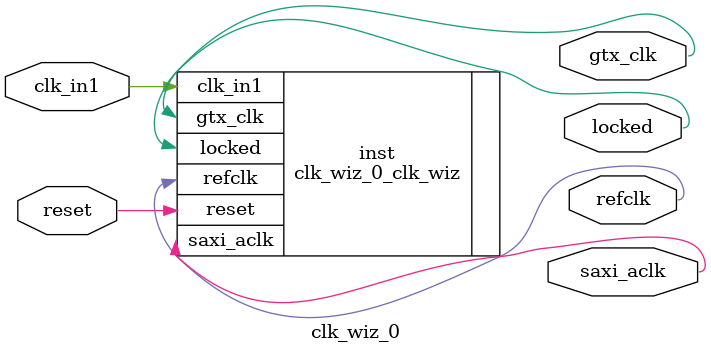
<source format=v>


`timescale 1ps/1ps

(* CORE_GENERATION_INFO = "clk_wiz_0,clk_wiz_v6_0_2_0_0,{component_name=clk_wiz_0,use_phase_alignment=true,use_min_o_jitter=false,use_max_i_jitter=false,use_dyn_phase_shift=false,use_inclk_switchover=false,use_dyn_reconfig=false,enable_axi=0,feedback_source=FDBK_AUTO,PRIMITIVE=MMCM,num_out_clk=3,clkin1_period=10.000,clkin2_period=10.000,use_power_down=false,use_reset=true,use_locked=true,use_inclk_stopped=false,feedback_type=SINGLE,CLOCK_MGR_TYPE=NA,manual_override=false}" *)

module clk_wiz_0 
 (
  // Clock out ports
  output        gtx_clk,
  output        saxi_aclk,
  output        refclk,
  // Status and control signals
  input         reset,
  output        locked,
 // Clock in ports
  input         clk_in1
 );

  clk_wiz_0_clk_wiz inst
  (
  // Clock out ports  
  .gtx_clk(gtx_clk),
  .saxi_aclk(saxi_aclk),
  .refclk(refclk),
  // Status and control signals               
  .reset(reset), 
  .locked(locked),
 // Clock in ports
  .clk_in1(clk_in1)
  );

endmodule

</source>
